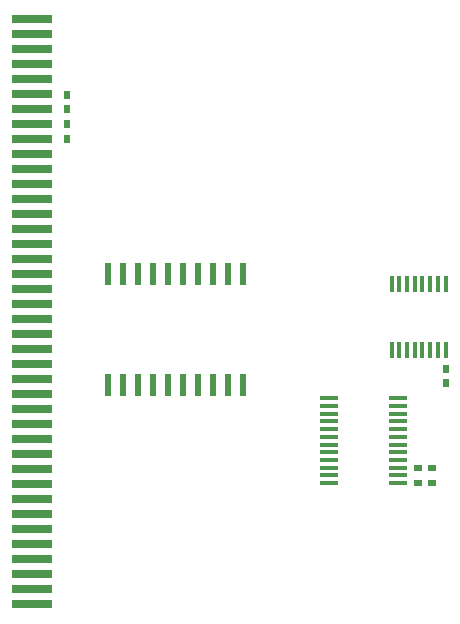
<source format=gbr>
%TF.GenerationSoftware,KiCad,Pcbnew,(6.0.7)*%
%TF.CreationDate,2022-09-18T19:12:44+05:00*%
%TF.ProjectId,minisumo_v3,6d696e69-7375-46d6-9f5f-76332e6b6963,rev?*%
%TF.SameCoordinates,Original*%
%TF.FileFunction,Paste,Top*%
%TF.FilePolarity,Positive*%
%FSLAX46Y46*%
G04 Gerber Fmt 4.6, Leading zero omitted, Abs format (unit mm)*
G04 Created by KiCad (PCBNEW (6.0.7)) date 2022-09-18 19:12:44*
%MOMM*%
%LPD*%
G01*
G04 APERTURE LIST*
%ADD10R,0.558800X1.981200*%
%ADD11R,1.500000X0.450000*%
%ADD12R,0.610000X0.635000*%
%ADD13R,0.635000X0.610000*%
%ADD14R,3.500000X0.800000*%
%ADD15R,0.324800X1.365200*%
G04 APERTURE END LIST*
D10*
%TO.C,U1*%
X157643100Y-109954900D03*
X158913100Y-109954900D03*
X160183100Y-109954900D03*
X161453100Y-109954900D03*
X162723100Y-109954900D03*
X163993100Y-109954900D03*
X165263100Y-109954900D03*
X166533100Y-109954900D03*
X167803100Y-109954900D03*
X169073100Y-109954900D03*
X169073100Y-100582300D03*
X167803100Y-100582300D03*
X166533100Y-100582300D03*
X165263100Y-100582300D03*
X163993100Y-100582300D03*
X162723100Y-100582300D03*
X161453100Y-100582300D03*
X160183100Y-100582300D03*
X158913100Y-100582300D03*
X157643100Y-100582300D03*
%TD*%
D11*
%TO.C,U8*%
X182154100Y-118286100D03*
X182154100Y-117636100D03*
X182154100Y-116986100D03*
X182154100Y-116336100D03*
X182154100Y-115686100D03*
X182154100Y-115036100D03*
X182154100Y-114386100D03*
X182154100Y-113736100D03*
X182154100Y-113086100D03*
X182154100Y-112436100D03*
X182154100Y-111786100D03*
X182154100Y-111136100D03*
X176354100Y-111136100D03*
X176354100Y-111786100D03*
X176354100Y-112436100D03*
X176354100Y-113086100D03*
X176354100Y-113736100D03*
X176354100Y-114386100D03*
X176354100Y-115036100D03*
X176354100Y-115686100D03*
X176354100Y-116336100D03*
X176354100Y-116986100D03*
X176354100Y-117636100D03*
X176354100Y-118286100D03*
%TD*%
D12*
%TO.C,R10*%
X154150600Y-87933100D03*
X154150600Y-89127100D03*
%TD*%
D13*
%TO.C,R13*%
X183868600Y-118286100D03*
X185062600Y-118286100D03*
%TD*%
D14*
%TO.C,U4*%
X151166100Y-89203100D03*
X151166100Y-90473100D03*
X151166100Y-91743100D03*
X151166100Y-93013100D03*
X151166100Y-94283100D03*
X151166100Y-95553100D03*
X151166100Y-79043100D03*
X151166100Y-80313100D03*
X151166100Y-81583100D03*
X151166100Y-82853100D03*
X151166100Y-84123100D03*
X151166100Y-85393100D03*
X151166100Y-123493100D03*
X151166100Y-124763100D03*
X151166100Y-126033100D03*
X151166100Y-127303100D03*
X151166100Y-113333100D03*
X151166100Y-114603100D03*
X151166100Y-115873100D03*
X151166100Y-117143100D03*
X151166100Y-101903100D03*
X151166100Y-103173100D03*
X151166100Y-104443100D03*
X151166100Y-105713100D03*
X151166100Y-128573100D03*
X151166100Y-122223100D03*
X151166100Y-120953100D03*
X151166100Y-119683100D03*
X151166100Y-118413100D03*
X151166100Y-112063100D03*
X151166100Y-110793100D03*
X151166100Y-109523100D03*
X151166100Y-108253100D03*
X151166100Y-100633100D03*
X151166100Y-99363100D03*
X151166100Y-98093100D03*
X151166100Y-96823100D03*
X151166100Y-86663100D03*
X151166100Y-87933100D03*
X151166100Y-106983100D03*
%TD*%
D12*
%TO.C,R9*%
X154150600Y-86663100D03*
X154150600Y-85469100D03*
%TD*%
D15*
%TO.C,U3*%
X181657100Y-107022000D03*
X182307100Y-107022000D03*
X182957100Y-107022000D03*
X183607100Y-107022000D03*
X184257096Y-107022000D03*
X184907100Y-107022000D03*
X185557096Y-107022000D03*
X186207100Y-107022000D03*
X186207100Y-101483200D03*
X185557100Y-101483200D03*
X184907100Y-101483200D03*
X184257100Y-101483200D03*
X183607104Y-101483200D03*
X182957100Y-101483200D03*
X182307104Y-101483200D03*
X181657100Y-101483200D03*
%TD*%
D13*
%TO.C,R12*%
X183868600Y-117016100D03*
X185062600Y-117016100D03*
%TD*%
D12*
%TO.C,R11*%
X186218100Y-108634100D03*
X186218100Y-109828100D03*
%TD*%
M02*

</source>
